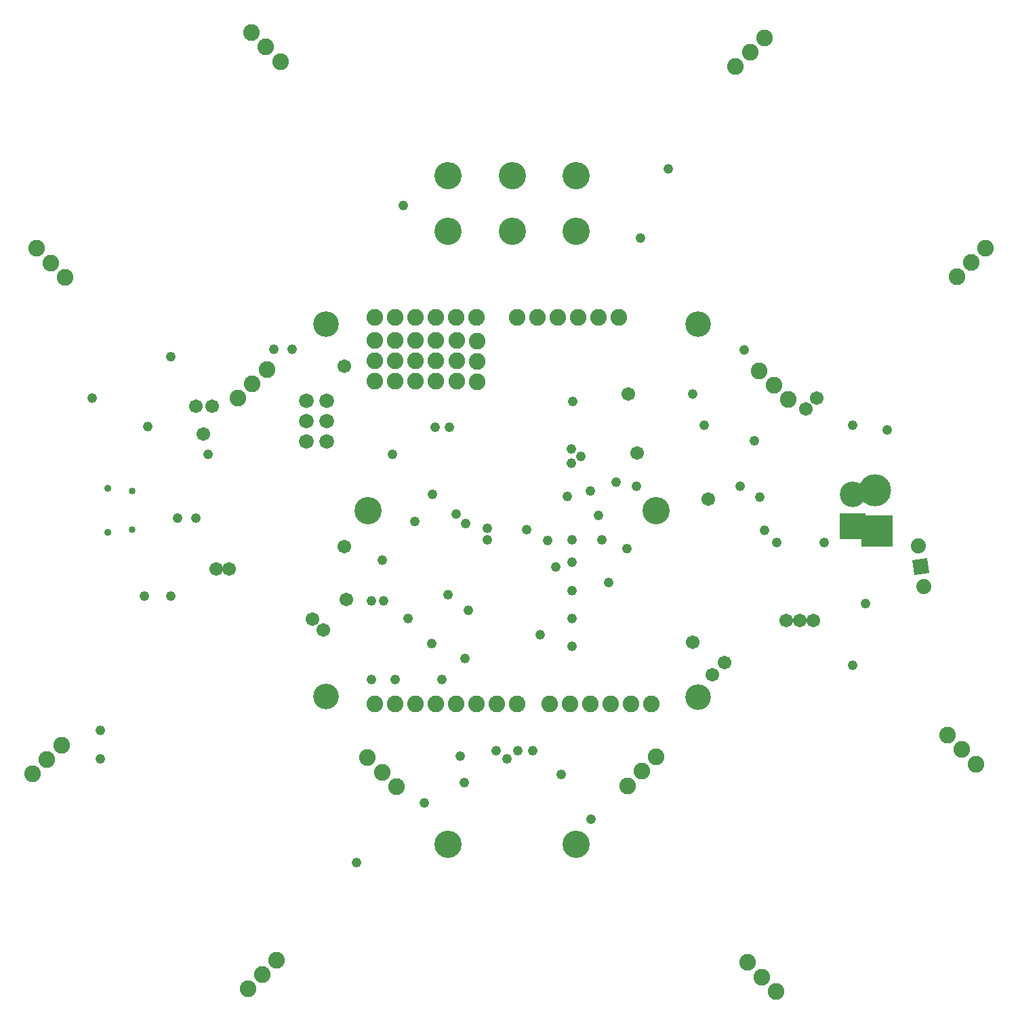
<source format=gbs>
G75*
%MOIN*%
%OFA0B0*%
%FSLAX25Y25*%
%IPPOS*%
%LPD*%
%AMOC8*
5,1,8,0,0,1.08239X$1,22.5*
%
%ADD10C,0.12611*%
%ADD11C,0.13398*%
%ADD12C,0.07200*%
%ADD13C,0.08200*%
%ADD14R,0.07400X0.07400*%
%ADD15C,0.07400*%
%ADD16R,0.12611X0.12611*%
%ADD17C,0.03556*%
%ADD18C,0.03359*%
%ADD19R,0.15800X0.15800*%
%ADD20C,0.15800*%
%ADD21C,0.06706*%
%ADD22C,0.04762*%
D10*
X0197909Y0170940D03*
X0380940Y0170901D03*
X0457082Y0270389D03*
X0381058Y0353972D03*
X0197909Y0354090D03*
D11*
X0258165Y0399602D03*
X0258165Y0427082D03*
X0289641Y0427102D03*
X0289680Y0399641D03*
X0321176Y0399680D03*
X0321157Y0427200D03*
X0360507Y0262554D03*
X0218775Y0262554D03*
X0258145Y0098342D03*
X0321196Y0098401D03*
D12*
X0198381Y0296452D03*
X0188381Y0296452D03*
X0188381Y0306452D03*
X0188381Y0316452D03*
X0198381Y0316452D03*
X0198381Y0306452D03*
D13*
X0053727Y0132940D03*
X0060798Y0140011D03*
X0067869Y0147082D03*
X0173850Y0041480D03*
X0166779Y0034408D03*
X0159707Y0027337D03*
X0232609Y0126783D03*
X0225538Y0133854D03*
X0218467Y0140925D03*
X0222082Y0167476D03*
X0232082Y0167476D03*
X0242082Y0167476D03*
X0252082Y0167476D03*
X0262082Y0167476D03*
X0272082Y0167476D03*
X0282082Y0167476D03*
X0292082Y0167476D03*
X0308082Y0167476D03*
X0318082Y0167476D03*
X0328082Y0167476D03*
X0338082Y0167476D03*
X0348082Y0167476D03*
X0358082Y0167476D03*
X0360381Y0141389D03*
X0353310Y0134318D03*
X0346239Y0127247D03*
X0405231Y0040310D03*
X0412303Y0033239D03*
X0419374Y0026168D03*
X0517677Y0137912D03*
X0510606Y0144983D03*
X0503535Y0152054D03*
X0425279Y0317034D03*
X0418208Y0324105D03*
X0411137Y0331176D03*
X0342082Y0357476D03*
X0332082Y0357476D03*
X0322082Y0357476D03*
X0312082Y0357476D03*
X0302082Y0357476D03*
X0292082Y0357476D03*
X0272082Y0357476D03*
X0262082Y0357476D03*
X0252082Y0357476D03*
X0242082Y0357476D03*
X0232082Y0357476D03*
X0222082Y0357476D03*
X0222121Y0346019D03*
X0222121Y0336019D03*
X0232161Y0336019D03*
X0232161Y0346019D03*
X0242200Y0346019D03*
X0252043Y0346019D03*
X0252043Y0336019D03*
X0242200Y0336019D03*
X0242200Y0326019D03*
X0252043Y0326019D03*
X0262279Y0326019D03*
X0272239Y0325901D03*
X0272239Y0335901D03*
X0272239Y0345901D03*
X0262279Y0346019D03*
X0262279Y0336019D03*
X0232161Y0326019D03*
X0222121Y0326019D03*
X0168905Y0331731D03*
X0161834Y0324660D03*
X0154763Y0317589D03*
X0069810Y0377121D03*
X0062739Y0384192D03*
X0055668Y0391263D03*
X0161455Y0497346D03*
X0168527Y0490275D03*
X0175598Y0483204D03*
X0399515Y0480696D03*
X0406586Y0487767D03*
X0413657Y0494838D03*
X0522484Y0391460D03*
X0515413Y0384389D03*
X0508342Y0377318D03*
D14*
G36*
X0493810Y0239186D02*
X0494776Y0231850D01*
X0487440Y0230884D01*
X0486474Y0238220D01*
X0493810Y0239186D01*
G37*
D15*
X0489320Y0244949D03*
X0491930Y0225120D03*
D16*
X0457082Y0254641D03*
D17*
X0090625Y0251826D03*
X0090625Y0273283D03*
D18*
X0102633Y0272102D03*
X0102633Y0253007D03*
D19*
X0468972Y0252515D03*
D20*
X0468184Y0272515D03*
D21*
X0433932Y0312357D03*
X0439247Y0317672D03*
X0386098Y0268066D03*
X0350920Y0290802D03*
X0346728Y0319641D03*
X0424247Y0208381D03*
X0431046Y0208381D03*
X0437842Y0208275D03*
X0393972Y0187751D03*
X0388066Y0181846D03*
X0378224Y0197594D03*
X0208145Y0218854D03*
X0196728Y0203893D03*
X0191216Y0209011D03*
X0206964Y0244838D03*
X0150271Y0233696D03*
X0144050Y0233696D03*
X0137672Y0299956D03*
X0134129Y0313735D03*
X0142003Y0313735D03*
X0206964Y0333420D03*
D22*
X0181373Y0341688D03*
X0172515Y0341688D03*
X0121728Y0338145D03*
X0110507Y0303893D03*
X0140035Y0290113D03*
X0133932Y0258814D03*
X0125074Y0258814D03*
X0121728Y0220428D03*
X0108735Y0220428D03*
X0086885Y0154287D03*
X0086885Y0140507D03*
X0212869Y0089326D03*
X0246334Y0118854D03*
X0266019Y0128696D03*
X0264050Y0141688D03*
X0281767Y0144444D03*
X0287007Y0140519D03*
X0292495Y0144523D03*
X0299680Y0144444D03*
X0313854Y0132633D03*
X0328224Y0110783D03*
X0255015Y0179365D03*
X0266216Y0189897D03*
X0250074Y0197102D03*
X0238460Y0209405D03*
X0226452Y0218066D03*
X0220350Y0218066D03*
X0225861Y0238145D03*
X0241609Y0257043D03*
X0250271Y0270428D03*
X0262082Y0260586D03*
X0266806Y0256058D03*
X0277239Y0253696D03*
X0277239Y0247987D03*
X0296767Y0253027D03*
X0307161Y0247791D03*
X0319169Y0248184D03*
X0319169Y0236964D03*
X0310901Y0234602D03*
X0319169Y0223184D03*
X0319169Y0209405D03*
X0319169Y0195625D03*
X0303420Y0201531D03*
X0267987Y0213342D03*
X0258145Y0221216D03*
X0232062Y0179483D03*
X0220350Y0179483D03*
X0316846Y0269523D03*
X0328027Y0272200D03*
X0331964Y0260192D03*
X0333539Y0248184D03*
X0345940Y0243657D03*
X0336885Y0227121D03*
X0350665Y0274365D03*
X0340822Y0276334D03*
X0323499Y0289129D03*
X0318775Y0285783D03*
X0318775Y0292633D03*
X0319365Y0316098D03*
X0378224Y0319641D03*
X0384129Y0304287D03*
X0408539Y0296609D03*
X0401846Y0274365D03*
X0411255Y0269129D03*
X0413657Y0252712D03*
X0419562Y0246806D03*
X0443184Y0246806D03*
X0463460Y0216885D03*
X0456964Y0186570D03*
X0473893Y0301924D03*
X0456964Y0304287D03*
X0403814Y0341294D03*
X0352633Y0396413D03*
X0366413Y0430468D03*
X0236098Y0412554D03*
X0251649Y0303302D03*
X0258539Y0303342D03*
X0230586Y0290113D03*
X0082948Y0317672D03*
M02*

</source>
